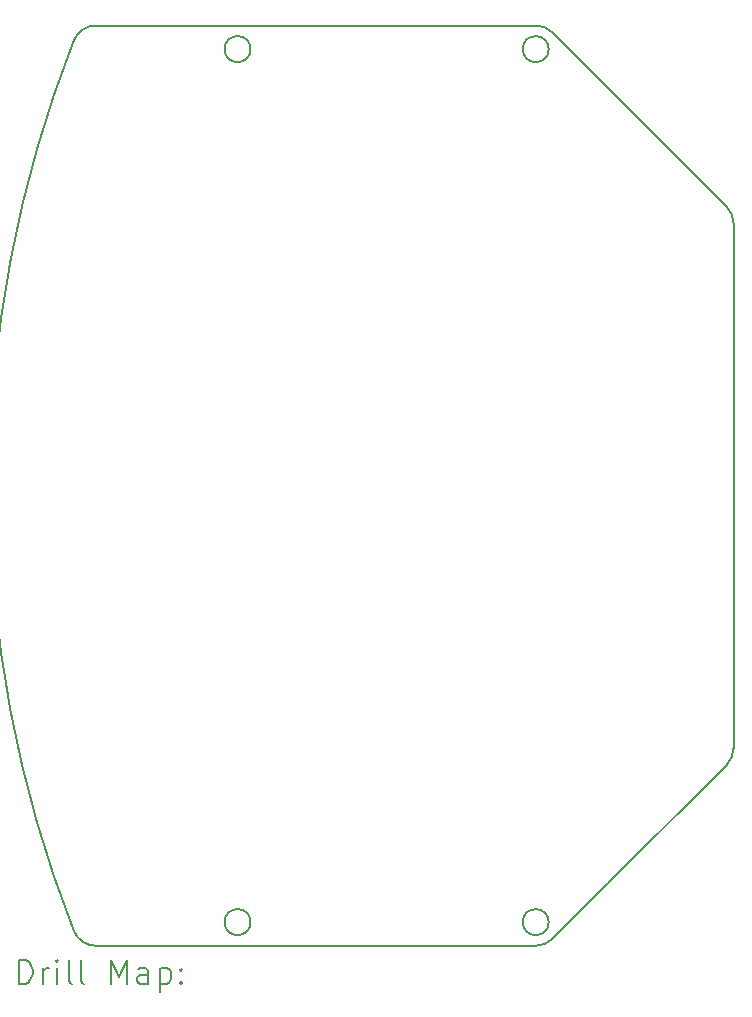
<source format=gbr>
%TF.GenerationSoftware,KiCad,Pcbnew,7.0.9*%
%TF.CreationDate,2024-06-22T14:55:14+09:00*%
%TF.ProjectId,Main,4d61696e-2e6b-4696-9361-645f70636258,rev?*%
%TF.SameCoordinates,Original*%
%TF.FileFunction,Drillmap*%
%TF.FilePolarity,Positive*%
%FSLAX45Y45*%
G04 Gerber Fmt 4.5, Leading zero omitted, Abs format (unit mm)*
G04 Created by KiCad (PCBNEW 7.0.9) date 2024-06-22 14:55:14*
%MOMM*%
%LPD*%
G01*
G04 APERTURE LIST*
%ADD10C,0.200000*%
G04 APERTURE END LIST*
D10*
X16162800Y-12464424D02*
G75*
G03*
X16162800Y-12464424I-110000J0D01*
G01*
X13638848Y-5073005D02*
G75*
G03*
X13638848Y-5073005I-110000J0D01*
G01*
X13762851Y-12664424D02*
X16052800Y-12664424D01*
X12328848Y-4873007D02*
G75*
G03*
X12142719Y-4999823I2J-200003D01*
G01*
X16194222Y-4931583D02*
G75*
G03*
X16052800Y-4873005I-141422J-141427D01*
G01*
X16664938Y-12135129D02*
X17669830Y-11130237D01*
X13638848Y-12464424D02*
G75*
G03*
X13638848Y-12464424I-110000J0D01*
G01*
X12328848Y-12664424D02*
X13762851Y-12664424D01*
X17728409Y-10988816D02*
X17728409Y-6548614D01*
X17669832Y-11130239D02*
G75*
G03*
X17728409Y-10988816I-141422J141419D01*
G01*
X16194221Y-12605845D02*
X16664938Y-12135129D01*
X13762851Y-4873005D02*
X12328848Y-4873005D01*
X16052800Y-4873005D02*
X13762851Y-4873005D01*
X16052800Y-12664423D02*
G75*
G03*
X16194221Y-12605845I0J200003D01*
G01*
X12142719Y-4999823D02*
G75*
G03*
X12142719Y-12537607I9585689J-3768892D01*
G01*
X17728406Y-6548614D02*
G75*
G03*
X17669830Y-6407192I-199996J4D01*
G01*
X12142717Y-12537607D02*
G75*
G03*
X12328848Y-12664424I186133J73187D01*
G01*
X17669830Y-6407192D02*
X16194221Y-4931584D01*
X16162800Y-5073005D02*
G75*
G03*
X16162800Y-5073005I-110000J0D01*
G01*
X11679185Y-12985908D02*
X11679185Y-12785908D01*
X11679185Y-12785908D02*
X11726804Y-12785908D01*
X11726804Y-12785908D02*
X11755376Y-12795432D01*
X11755376Y-12795432D02*
X11774424Y-12814479D01*
X11774424Y-12814479D02*
X11783947Y-12833527D01*
X11783947Y-12833527D02*
X11793471Y-12871622D01*
X11793471Y-12871622D02*
X11793471Y-12900194D01*
X11793471Y-12900194D02*
X11783947Y-12938289D01*
X11783947Y-12938289D02*
X11774424Y-12957337D01*
X11774424Y-12957337D02*
X11755376Y-12976384D01*
X11755376Y-12976384D02*
X11726804Y-12985908D01*
X11726804Y-12985908D02*
X11679185Y-12985908D01*
X11879185Y-12985908D02*
X11879185Y-12852575D01*
X11879185Y-12890670D02*
X11888709Y-12871622D01*
X11888709Y-12871622D02*
X11898233Y-12862098D01*
X11898233Y-12862098D02*
X11917281Y-12852575D01*
X11917281Y-12852575D02*
X11936328Y-12852575D01*
X12002995Y-12985908D02*
X12002995Y-12852575D01*
X12002995Y-12785908D02*
X11993471Y-12795432D01*
X11993471Y-12795432D02*
X12002995Y-12804956D01*
X12002995Y-12804956D02*
X12012519Y-12795432D01*
X12012519Y-12795432D02*
X12002995Y-12785908D01*
X12002995Y-12785908D02*
X12002995Y-12804956D01*
X12126804Y-12985908D02*
X12107757Y-12976384D01*
X12107757Y-12976384D02*
X12098233Y-12957337D01*
X12098233Y-12957337D02*
X12098233Y-12785908D01*
X12231566Y-12985908D02*
X12212519Y-12976384D01*
X12212519Y-12976384D02*
X12202995Y-12957337D01*
X12202995Y-12957337D02*
X12202995Y-12785908D01*
X12460138Y-12985908D02*
X12460138Y-12785908D01*
X12460138Y-12785908D02*
X12526805Y-12928765D01*
X12526805Y-12928765D02*
X12593471Y-12785908D01*
X12593471Y-12785908D02*
X12593471Y-12985908D01*
X12774424Y-12985908D02*
X12774424Y-12881146D01*
X12774424Y-12881146D02*
X12764900Y-12862098D01*
X12764900Y-12862098D02*
X12745852Y-12852575D01*
X12745852Y-12852575D02*
X12707757Y-12852575D01*
X12707757Y-12852575D02*
X12688709Y-12862098D01*
X12774424Y-12976384D02*
X12755376Y-12985908D01*
X12755376Y-12985908D02*
X12707757Y-12985908D01*
X12707757Y-12985908D02*
X12688709Y-12976384D01*
X12688709Y-12976384D02*
X12679185Y-12957337D01*
X12679185Y-12957337D02*
X12679185Y-12938289D01*
X12679185Y-12938289D02*
X12688709Y-12919241D01*
X12688709Y-12919241D02*
X12707757Y-12909718D01*
X12707757Y-12909718D02*
X12755376Y-12909718D01*
X12755376Y-12909718D02*
X12774424Y-12900194D01*
X12869662Y-12852575D02*
X12869662Y-13052575D01*
X12869662Y-12862098D02*
X12888709Y-12852575D01*
X12888709Y-12852575D02*
X12926805Y-12852575D01*
X12926805Y-12852575D02*
X12945852Y-12862098D01*
X12945852Y-12862098D02*
X12955376Y-12871622D01*
X12955376Y-12871622D02*
X12964900Y-12890670D01*
X12964900Y-12890670D02*
X12964900Y-12947813D01*
X12964900Y-12947813D02*
X12955376Y-12966860D01*
X12955376Y-12966860D02*
X12945852Y-12976384D01*
X12945852Y-12976384D02*
X12926805Y-12985908D01*
X12926805Y-12985908D02*
X12888709Y-12985908D01*
X12888709Y-12985908D02*
X12869662Y-12976384D01*
X13050614Y-12966860D02*
X13060138Y-12976384D01*
X13060138Y-12976384D02*
X13050614Y-12985908D01*
X13050614Y-12985908D02*
X13041090Y-12976384D01*
X13041090Y-12976384D02*
X13050614Y-12966860D01*
X13050614Y-12966860D02*
X13050614Y-12985908D01*
X13050614Y-12862098D02*
X13060138Y-12871622D01*
X13060138Y-12871622D02*
X13050614Y-12881146D01*
X13050614Y-12881146D02*
X13041090Y-12871622D01*
X13041090Y-12871622D02*
X13050614Y-12862098D01*
X13050614Y-12862098D02*
X13050614Y-12881146D01*
M02*

</source>
